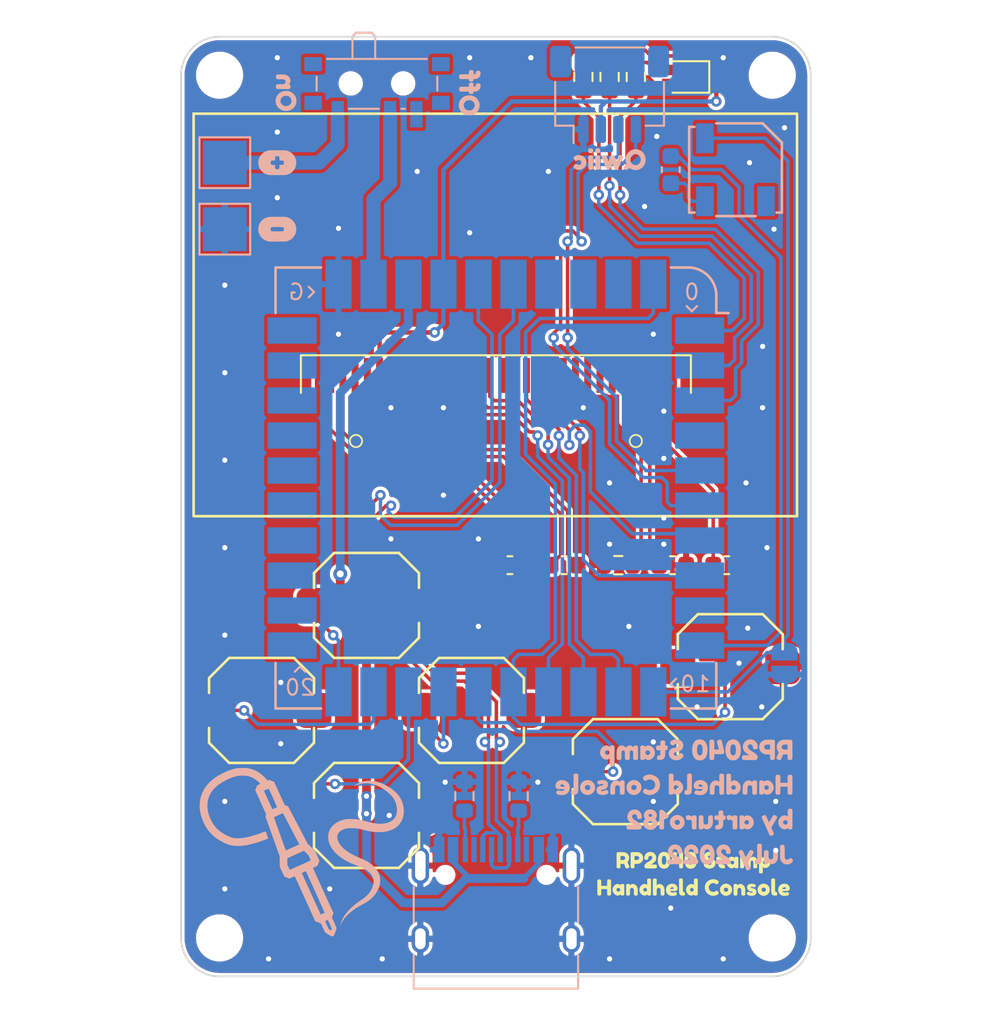
<source format=kicad_pcb>
(kicad_pcb (version 20221018) (generator pcbnew)
  (layers (0 "F.Cu" signal) (31 "B.Cu" signal) (34 "B.Paste" user) (35 "F.Paste" user) (36 "B.SilkS" user "B.Silkscreen") (37 "F.SilkS" user "F.Silkscreen") (38 "B.Mask" user) (39 "F.Mask" user) (44 "Edge.Cuts" user))
  (net 0 "")
  (net 1 "/SPK+")
  (net 2 "Net-(C1-Pad2)")
  (net 3 "GND")
  (net 4 "Net-(C2-Pad2)")
  (net 5 "Net-(C3-Pad1)")
  (net 6 "Net-(C3-Pad2)")
  (net 7 "Net-(C4-Pad1)")
  (net 8 "Net-(C4-Pad2)")
  (net 9 "Net-(C5-Pad1)")
  (net 10 "+3.3V")
  (net 11 "Net-(D1-Pad2)")
  (net 12 "Net-(D1-Pad1)")
  (net 13 "Net-(D1-Pad4)")
  (net 15 "/LCD_CS")
  (net 16 "/LCD_RST")
  (net 17 "/LCD_DC")
  (net 20 "/LCD_CLK")
  (net 21 "/LCD_MOSI")
  (net 28 "Net-(DS1-Pad26)")
  (net 29 "+5V")
  (net 30 "Net-(J1-PadA5)")
  (net 31 "/USB_D+")
  (net 32 "/USB_D-")
  (net 34 "Net-(J1-PadB5)")
  (net 36 "/LED_R")
  (net 37 "/LED_G")
  (net 38 "/LED_B")
  (net 39 "/BOOTSEL")
  (net 40 "/BTN_DOWN")
  (net 41 "/BTN_LEFT")
  (net 42 "/BTN_RIGHT")
  (net 43 "/BTN_A")
  (net 44 "+BATT")
  (net 45 "/BATT")
  (net 60 "/SPK-")
  (net 62 "/BTN_UP")
  (net 63 "/SDA")
  (net 64 "/SCL")
  (footprint "Button_Switch_SMD_Extra:RMT-CZ66" (layer "F.Cu") (at 113.9 85.8)
    (fp_text reference "SW5" hide)
    (fp_text value "SW_A")
  )
  (footprint "Button_Switch_SMD_Extra:RMT-CZ66" (layer "F.Cu") (at 119.9 79.8)
    (fp_text reference "SW6" hide)
    (fp_text value "SW_B")
  )
  (footprint "kibuzzard-62DEDF0B" (layer "F.Cu") (at 117.8 92.4)
    (fp_text reference "kibuzzard-62DEDF0B" hide)
    (fp_text value "G***" hide)
  )
  (footprint "MountingHole:MountingHole_2.2mm_M2_DIN965" (layer "F.Cu") (at 122.3 95.3 180)
    (fp_text reference "REF**" hide)
    (fp_text value "MountingHole_2.2mm_M2_DIN965")
  )
  (footprint "Resistor_SMD:R_0603_1608Metric" (layer "F.Cu") (at 111.5 46.1 90)
    (fp_text reference "R3" hide)
    (fp_text value "2K")
  )
  (footprint "Resistor_SMD:R_0603_1608Metric" (layer "F.Cu") (at 113.5 74 180)
    (fp_text reference "R6" hide)
    (fp_text value "390K")
  )
  (footprint "Capacitor_SMD:C_0603_1608Metric" (layer "F.Cu") (at 116.6 74)
    (fp_text reference "C5" hide)
    (fp_text value "1uF")
  )
  (footprint "Capacitor_SMD:C_0603_1608Metric" (layer "F.Cu") (at 107.3 74)
    (fp_text reference "C3" hide)
    (fp_text value "1uF")
  )
  (footprint "MountingHole:MountingHole_2.2mm_M2_DIN965" (layer "F.Cu") (at 90.7 46)
    (fp_text reference "REF**" hide)
    (fp_text value "MountingHole_2.2mm_M2_DIN965")
  )
  (footprint "Button_Switch_SMD_Extra:RMT-CZ66" (layer "F.Cu") (at 93.1 82.3)
    (fp_text reference "SW3" hide)
    (fp_text value "SW_LEFT")
  )
  (footprint "Display:OLED-128O064D" (layer "F.Cu") (at 106.5 63.155 180)
    (fp_text reference "DS1" hide)
    (fp_text value "OLED-128O064D")
  )
  (footprint "kibuzzard-62DEDF00" (layer "F.Cu") (at 117.8 91)
    (fp_text reference "kibuzzard-62DEDF00" hide)
    (fp_text value "G***" hide)
  )
  (footprint "Capacitor_SMD:C_0603_1608Metric" (layer "F.Cu") (at 110.4 74)
    (fp_text reference "C4" hide)
    (fp_text value "1uF")
  )
  (footprint "Button_Switch_SMD_Extra:RMT-CZ66" (layer "F.Cu") (at 99.1 76.3)
    (fp_text reference "SW1" hide)
    (fp_text value "SW_UP")
  )
  (footprint "Button_Switch_SMD_Extra:RMT-CZ66" (layer "F.Cu") (at 105.1 82.3)
    (fp_text reference "SW4" hide)
    (fp_text value "SW_RIGHT")
  )
  (footprint "Resistor_SMD:R_0603_1608Metric" (layer "F.Cu") (at 113 46.1 90)
    (fp_text reference "R2" hide)
    (fp_text value "2K")
  )
  (footprint "Button_Switch_SMD_Extra:RMT-CZ66" (layer "F.Cu") (at 99.1 88.3)
    (fp_text reference "SW2" hide)
    (fp_text value "SW_DOWN")
  )
  (footprint "Resistor_SMD:R_0603_1608Metric" (layer "F.Cu") (at 114.5 46.1 90)
    (fp_text reference "R1" hide)
    (fp_text value "2K")
  )
  (footprint "Capacitor_SMD:C_0603_1608Metric" (layer "F.Cu") (at 119.7 74 180)
    (fp_text reference "C2" hide)
    (fp_text value "1uF")
  )
  (footprint "MountingHole:MountingHole_2.2mm_M2_DIN965" (layer "F.Cu") (at 122.3 46)
    (fp_text reference "REF**" hide)
    (fp_text value "MountingHole_2.2mm_M2_DIN965")
  )
  (footprint "LED_SMD_Extra:LED_RGBA_0606" (layer "F.Cu") (at 117.2 46.1)
    (fp_text reference "D1" hide)
    (fp_text value "LED_BAGR")
  )
  (footprint "MountingHole:MountingHole_2.2mm_M2_DIN965" (layer "F.Cu") (at 90.7 95.3 180)
    (fp_text reference "REF**" hide)
    (fp_text value "MountingHole_2.2mm_M2_DIN965")
  )
  (footprint "Buzzer_Beeper_Extra:CMT-5023S" (layer "B.Cu") (at 120.2 51.4 90)
    (fp_text reference "LS1" hide)
    (fp_text value "Speaker")
  )
  (footprint "Capacitor_SMD:C_0603_1608Metric" (layer "B.Cu") (at 116.5 51.4 -90)
    (fp_text reference "C1" hide)
    (fp_text value "4.7uF")
  )
  (footprint "Connector_USB:USB_C_Receptacle_HRO_TYPE-C-31-M-12" (layer "B.Cu") (at 106.5 94.3 180)
    (fp_text reference "J1" hide)
    (fp_text value "USB_C_Receptacle_USB2.0")
  )
  (footprint "Connector_JST:JST_SH_SM04B-SRSS-TB_1x04-1MP_P1.00mm_Horizontal" (layer "B.Cu") (at 113 47.1)
    (fp_text reference "J2" hide)
    (fp_text value "Conn_Qwiic")
  )
  (footprint "TestPoint:TestPoint_Pad_2.5x2.5mm" (layer "B.Cu") (at 91 51 -90)
    (fp_text reference "TP1" hide)
    (fp_text value "TP_BATT+")
  )
  (footprint "Resistor_SMD:R_0603_1608Metric" (layer "B.Cu") (at 104.7 87.2 90)
    (fp_text reference "R5" hide)
    (fp_text value "5.1K")
  )
  (footprint "Symbols_Extra:SolderParty-New-Logo_12.5x10.6mm_SilkScreen" (layer "B.Cu") (at 94.999643 89.996788 180)
    (fp_text reference "G***" hide)
    (fp_text value "LOGO" hide)
  )
  (footprint "Button_Switch_SMD:SW_SPDT_PCM12" (layer "B.Cu") (at 99.7 46.8)
    (fp_text reference "SW7" hide)
    (fp_text value "SW_POWER")
  )
  (footprint "kibuzzard-62C6F28A" (layer "B.Cu") (at 113 50.8 180)
    (fp_text reference "kibuzzard-62C6F28A" hide)
    (fp_text value "G***" hide)
  )
  (footprint "Jumper:SolderJumper-2_P1.3mm_Open_RoundedPad1.0x1.5mm" (layer "B.Cu") (at 123 79.6 -90)
    (fp_text reference "JP1" hide)
    (fp_text value "SJ_LOUDER")
  )
  (footprint "TestPoint:TestPoint_Pad_2.5x2.5mm" (layer "B.Cu") (at 91 54.8 -90)
    (fp_text reference "TP2" hide)
    (fp_text value "TP_BATT-")
  )
  (footprint "kibuzzard-62DEDED4" (layer "B.Cu") (at 116.7 87.7 180)
    (fp_text reference "kibuzzard-62DEDED4" hide)
    (fp_text value "G***" hide)
  )
  (footprint "Resistor_SMD:R_0603_1608Metric" (layer "B.Cu") (at 107.8 87.2 90)
    (fp_text reference "R4" hide)
    (fp_text value "5.1K")
  )
  (footprint "kibuzzard-62C56D6F" (layer "B.Cu") (at 94 51 180)
    (fp_text reference "kibuzzard-62C56D6F" hide)
    (fp_text value "G***" hide)
  )
  (footprint "RP2040_Stamp:RP2040_Stamp_SMD" (layer "B.Cu") (at 106.5 69.590787 180)
    (fp_text reference "U1" hide)
    (fp_text value "RP2040_Stamp")
  )
  (footprint "kibuzzard-62C57215" (layer "B.Cu") (at 94.5 47 90)
    (fp_text reference "kibuzzard-62C57215" hide)
    (fp_text value "G***" hide)
  )
  (footprint "kibuzzard-62C5723D" (layer "B.Cu") (at 105 47 90)
    (fp_text reference "kibuzzard-62C5723D" hide)
    (fp_text value "G***" hide)
  )
  (footprint "kibuzzard-62C56D6F" (layer "B.Cu") (at 94 54.8 180)
    (fp_text reference "kibuzzard-62C56D6F" hide)
    (fp_text value "G***" hide)
  )
  (gr_rect (start 93.75 55) (end 94.25 55.3) (stroke (width 0.15)) (fill solid) (layer "B.SilkS"))
  (gr_rect (start 93.8 54.3) (end 94.3 54.6) (stroke (width 0.15)) (fill solid) (layer "B.SilkS"))
  (gr_rect (start 89.217439 48.2) (end 123.717439 71.2) (stroke (width 0.15)) (fill none) (layer "F.SilkS"))
  (gr_line (start 90.7 43.8) (end 122.3 43.8) (stroke (width 0.1)) (layer "Edge.Cuts"))
  (gr_arc (start 122.3 43.8) (mid 123.855635 44.444365) (end 124.5 46) (stroke (width 0.1)) (layer "Edge.Cuts"))
  (gr_line (start 124.5 46) (end 124.5 95.3) (stroke (width 0.1)) (layer "Edge.Cuts"))
  (gr_line (start 122.3 97.5) (end 90.7 97.5) (stroke (width 0.1)) (layer "Edge.Cuts"))
  (gr_line (start 88.5 95.3) (end 88.5 46) (stroke (width 0.1)) (layer "Edge.Cuts"))
  (gr_arc (start 124.5 95.3) (mid 123.855635 96.855635) (end 122.3 97.5) (stroke (width 0.1)) (layer "Edge.Cuts"))
  (gr_arc (start 90.7 97.5) (mid 89.144365 96.855635) (end 88.5 95.3) (stroke (width 0.1)) (layer "Edge.Cuts"))
  (gr_arc (start 88.5 46) (mid 89.144365 44.444365) (end 90.7 43.8) (stroke (width 0.1)) (layer "Edge.Cuts"))
  (segment (start 116.925 50.625) (end 117.7 51.4) (width 0.2) (layer "B.Cu") (net 1))
  (segment (start 117.7 51.4) (end 119.4 51.4) (width 0.2) (layer "B.Cu") (net 1))
  (segment (start 122.009213 78.590787) (end 118.15 78.590787) (width 0.2) (layer "B.Cu") (net 1))
  (segment (start 122.8 77.8) (end 122.009213 78.590787) (width 0.2) (layer "B.Cu") (net 1))
  (segment (start 122.8 56.4) (end 122.8 77.8) (width 0.2) (layer "B.Cu") (net 1))
  (segment (start 119.4 51.4) (end 120.4 52.4) (width 0.2) (layer "B.Cu") (net 1))
  (segment (start 120.4 52.4) (end 120.4 54) (width 0.2) (layer "B.Cu") (net 1))
  (segment (start 120.4 54) (end 122.8 56.4) (width 0.2) (layer "B.Cu") (net 1))
  (segment (start 116.5 50.625) (end 116.925 50.625) (width 0.2) (layer "B.Cu") (net 1))
  (segment (start 117.5 52.4) (end 117.5 53) (width 0.2) (layer "B.Cu") (net 2))
  (segment (start 116.5 52.175) (end 117.275 52.175) (width 0.2) (layer "B.Cu") (net 2))
  (segment (start 117.5 53) (end 117.7 53.2) (width 0.2) (layer "B.Cu") (net 2))
  (segment (start 117.7 53.2) (end 118.45 53.2) (width 0.2) (layer "B.Cu") (net 2))
  (segment (start 117.275 52.175) (end 117.5 52.4) (width 0.2) (layer "B.Cu") (net 2))
  (via (at 94 49.25) (size 0.6) (drill 0.3) (layers "F.Cu" "B.Cu") (net 3))
  (via (at 91 58) (size 0.6) (drill 0.3) (layers "F.Cu" "B.Cu") (net 3))
  (via (at 111.5 65) (size 0.6) (drill 0.3) (layers "F.Cu" "B.Cu") (net 3))
  (via (at 119.5 96.5) (size 0.6) (drill 0.3) (layers "F.Cu" "B.Cu") (net 3))
  (via (at 105 55) (size 0.6) (drill 0.3) (layers "F.Cu" "B.Cu") (net 3))
  (via (at 115.5 60.8) (size 0.6) (drill 0.3) (layers "F.Cu" "B.Cu") (net 3))
  (via (at 108.9 86.4) (size 0.6) (drill 0.3) (layers "F.Cu" "B.Cu") (net 3))
  (via (at 113 72.8) (size 0.6) (drill 0.3) (layers "F.Cu" "B.Cu") (net 3))
  (via (at 119.5 45) (size 0.6) (drill 0.3) (layers "F.Cu" "B.Cu") (net 3))
  (via (at 94.2 80.7) (size 0.6) (drill 0.3) (layers "F.Cu" "B.Cu") (net 3))
  (via (at 115 53.5) (size 0.6) (drill 0.3) (layers "F.Cu" "B.Cu") (net 3))
  (via (at 121.7 82.1) (size 0.6) (drill 0.3) (layers "F.Cu" "B.Cu") (net 3))
  (via (at 121 51) (size 0.6) (drill 0.3) (layers "F.Cu" "B.Cu") (net 3))
  (via (at 122.5 90.3) (size 0.6) (drill 0.3) (layers "F.Cu" "B.Cu") (net 3))
  (via (at 91 73) (size 0.6) (drill 0.3) (layers "F.Cu" "B.Cu") (net 3))
  (via (at 91 92.5) (size 0.6) (drill 0.3) (layers "F.Cu" "B.Cu") (net 3))
  (via (at 116.1 65.2) (size 0.6) (drill 0.3) (layers "F.Cu" "B.Cu") (net 3))
  (via (at 94 53) (size 0.6) (drill 0.3) (layers "F.Cu" "B.Cu") (net 3))
  (via (at 122.5 87.5) (size 0.6) (drill 0.3) (layers "F.Cu" "B.Cu") (net 3))
  (via (at 116.1 71.3) (size 0.6) (drill 0.3) (layers "F.Cu" "B.Cu") (net 3))
  (via (at 121.75 61.5) (size 0.6) (drill 0.3) (layers "F.Cu" "B.Cu") (net 3))
  (via (at 100.5 72.5) (size 0.6) (drill 0.3) (layers "F.Cu" "B.Cu") (net 3))
  (via (at 94 45) (size 0.6) (drill 0.3) (layers "F.Cu" "B.Cu") (net 3))
  (via (at 97.5 60.8) (size 0.6) (drill 0.3) (layers "F.Cu" "B.Cu") (net 3))
  (via (at 102 51.5) (size 0.6) (drill 0.3) (layers "F.Cu" "B.Cu") (net 3))
  (via (at 94.2 84.2) (size 0.6) (drill 0.3) (layers "F.Cu" "B.Cu") (net 3))
  (via (at 109.5 51.5) (size 0.6) (drill 0.3) (layers "F.Cu" "B.Cu") (net 3))
  (via (at 115.5 87.5) (size 0.6) (drill 0.3) (layers "F.Cu" "B.Cu") (net 3))
  (via (at 100.4 88.3) (size 0.6) (drill 0.3) (layers "F.Cu" "B.Cu") (net 3))
  (via (at 105 45) (size 0.6) (drill 0.3) (layers "F.Cu" "B.Cu") (net 3))
  (via (at 122.4 54.8) (size 0.6) (drill 0.3) (layers "F.Cu" "B.Cu") (net 3))
  (via (at 93.5 96.5) (size 0.6) (drill 0.3) (layers "F.Cu" "B.Cu") (net 3))
  (via (at 123 49) (size 0.6) (drill 0.3) (layers "F.Cu" "B.Cu") (net 3))
  (via (at 91 78) (size 0.6) (drill 0.3) (layers "F.Cu" "B.Cu") (net 3))
  (via (at 120.4 79.6) (size 0.6) (drill 0.3) (layers "F.Cu" "B.Cu") (net 3))
  (via (at 100 96.5) (size 0.6) (drill 0.3) (layers "F.Cu" "B.Cu") (net 3))
  (via (at 105.5 72.5) (size 0.6) (drill 0.3) (layers "F.Cu" "B.Cu") (net 3))
  (via (at 100.5 65) (size 0.6) (drill 0.3) (layers "F.Cu" "B.Cu") (net 3))
  (via (at 120.9 77.6) (size 0.6) (drill 0.3) (layers "F.Cu" "B.Cu") (net 3))
  (via (at 120.8 69.3) (size 0.6) (drill 0.3) (layers "F.Cu" "B.Cu") (net 3))
  (via (at 113 69.3) (size 0.6) (drill 0.3) (layers "F.Cu" "B.Cu") (net 3))
  (via (at 113 96.5) (size 0.6) (drill 0.3) (layers "F.Cu" "B.Cu") (net 3))
  (via (at 121.75 65) (size 0.6) (drill 0.3) (layers "F.Cu" "B.Cu") (net 3))
  (via (at 97.5 54.75) (size 0.6) (drill 0.3) (layers "F.Cu" "B.Cu") (net 3))
  (via (at 116.1 67.9) (size 0.6) (drill 0.3) (layers "F.Cu" "B.Cu") (net 3))
  (via (at 116.5 93.596166) (size 0.6) (drill 0.3) (layers "F.Cu" "B.Cu") (net 3))
  (via (at 91 87.5) (size 0.6) (drill 0.3) (layers "F.Cu" "B.Cu") (net 3))
  (via (at 105.5 77.5) (size 0.6) (drill 0.3) (layers "F.Cu" "B.Cu") (net 3))
  (via (at 97 92.5) (size 0.6) (drill 0.3) (layers "F.Cu" "B.Cu") (net 3))
  (via (at 103.5 65) (size 0.6) (drill 0.3) (layers "F.Cu" "B.Cu") (net 3))
  (via (at 118 82.1) (size 0.6) (drill 0.3) (layers "F.Cu" "B.Cu") (net 3))
  (via (at 116.1 72.8) (size 0.6) (drill 0.3) (layers "F.Cu" "B.Cu") (net 3))
  (via (at 103.6 86.4) (size 0.6) (drill 0.3) (layers "F.Cu" "B.Cu") (net 3))
  (via (at 115.7 49.5) (size 0.6) (drill 0.3) (layers "F.Cu" "B.Cu") (net 3))
  (via (at 91 68) (size 0.6) (drill 0.3) (layers "F.Cu" "B.Cu") (net 3))
  (via (at 91 63) (size 0.6) (drill 0.3) (layers "F.Cu" "B.Cu") (net 3))
  (via (at 108.5 45) (size 0.6) (drill 0.3) (layers "F.Cu" "B.Cu") (net 3))
  (via (at 122 73) (size 0.6) (drill 0.3) (layers "F.Cu" "B.Cu") (net 3))
  (via (at 103.5 70) (size 0.6) (drill 0.3) (layers "F.Cu" "B.Cu") (net 3))
  (via (at 115.5 84.1) (size 0.6) (drill 0.3) (layers "F.Cu" "B.Cu") (net 3))
  (via (at 114.1 77.5) (size 0.6) (drill 0.3) (layers "F.Cu" "B.Cu") (net 3))
  (segment (start 118.925 69.725) (end 115.25 66.05) (width 0.2) (layer "F.Cu") (net 4))
  (segment (start 115.25 66.05) (end 115.25 63.155) (width 0.2) (layer "F.Cu") (net 4))
  (segment (start 118.925 74) (end 118.925 69.725) (width 0.2) (layer "F.Cu") (net 4))
  (segment (start 107.1 71.265686) (end 107.1 73.425) (width 0.2) (layer "F.Cu") (net 5))
  (segment (start 99.400003 68.6) (end 104.434314 68.6) (width 0.2) (layer "F.Cu") (net 5))
  (segment (start 104.434314 68.6) (end 107.1 71.265686) (width 0.2) (layer "F.Cu") (net 5))
  (segment (start 97.05 63.155) (end 97.05 66.25) (width 0.2) (layer "F.Cu") (net 5))
  (segment (start 97.05 66.25) (end 99.400003 68.6) (width 0.2) (layer "F.Cu") (net 5))
  (segment (start 107.1 73.425) (end 106.525 74) (width 0.2) (layer "F.Cu") (net 5))
  (segment (start 97.75 66.384314) (end 99.565688 68.2) (width 0.2) (layer "F.Cu") (net 6))
  (segment (start 107.5 73.425) (end 108.075 74) (width 0.2) (layer "F.Cu") (net 6))
  (segment (start 97.75 63.155) (end 97.75 66.384314) (width 0.2) (layer "F.Cu") (net 6))
  (segment (start 99.565688 68.2) (end 104.599999 68.2) (width 0.2) (layer "F.Cu") (net 6))
  (segment (start 107.5 71.100001) (end 107.5 73.425) (width 0.2) (layer "F.Cu") (net 6))
  (segment (start 104.599999 68.2) (end 107.5 71.100001) (width 0.2) (layer "F.Cu") (net 6))
  (segment (start 99.731373 67.8) (end 106.934314 67.8) (width 0.2) (layer "F.Cu") (net 7))
  (segment (start 110.2 73.425) (end 109.625 74) (width 0.2) (layer "F.Cu") (net 7))
  (segment (start 98.45 63.155) (end 98.45 66.518628) (width 0.2) (layer "F.Cu") (net 7))
  (segment (start 98.45 66.518628) (end 99.731373 67.8) (width 0.2) (layer "F.Cu") (net 7))
  (segment (start 110.2 71.065686) (end 110.2 73.425) (width 0.2) (layer "F.Cu") (net 7))
  (segment (start 106.934314 67.8) (end 110.2 71.065686) (width 0.2) (layer "F.Cu") (net 7))
  (segment (start 99.15 66.652942) (end 99.897058 67.4) (width 0.2) (layer "F.Cu") (net 8))
  (segment (start 107.099999 67.4) (end 110.6 70.900001) (width 0.2) (layer "F.Cu") (net 8))
  (segment (start 110.6 70.900001) (end 110.6 73.425) (width 0.2) (layer "F.Cu") (net 8))
  (segment (start 110.6 73.425) (end 111.175 74) (width 0.2) (layer "F.Cu") (net 8))
  (segment (start 99.897058 67.4) (end 107.099999 67.4) (width 0.2) (layer "F.Cu") (net 8))
  (segment (start 99.15 63.155) (end 99.15 66.652942) (width 0.2) (layer "F.Cu") (net 8))
  (segment (start 115.3 66.665687) (end 114.55 65.915686) (width 0.2) (layer "F.Cu") (net 9))
  (segment (start 115.825 74) (end 115.3 73.475) (width 0.2) (layer "F.Cu") (net 9))
  (segment (start 115.3 73.475) (end 115.3 66.665687) (width 0.2) (layer "F.Cu") (net 9))
  (segment (start 114.55 65.915686) (end 114.55 63.155) (width 0.2) (layer "F.Cu") (net 9))
  (segment (start 119.1 47.5) (end 119.1 46) (width 0.25) (layer "F.Cu") (net 10))
  (segment (start 118.8 45.7) (end 118 45.7) (width 0.25) (layer "F.Cu") (net 10))
  (segment (start 119.1 46) (end 118.8 45.7) (width 0.25) (layer "F.Cu") (net 10))
  (segment (start 101.95 61.05) (end 102.3 60.7) (width 0.25) (layer "F.Cu") (net 10))
  (segment (start 99.85 63.155) (end 99.85 61.05) (width 0.25) (layer "F.Cu") (net 10))
  (segment (start 102.3 60.7) (end 103 60.7) (width 0.25) (layer "F.Cu") (net 10))
  (segment (start 99.85 61.05) (end 100.2 60.7) (width 0.25) (layer "F.Cu") (net 10))
  (segment (start 100.2 60.7) (end 103 60.7) (width 0.25) (layer "F.Cu") (net 10))
  (segment (start 101.95 63.155) (end 101.95 61.05) (width 0.25) (layer "F.Cu") (net 10))
  (via (at 103 60.7) (size 0.6) (drill 0.3) (layers "F.Cu" "B.Cu") (net 10))
  (via (at 119.1 47.5) (size 0.6) (drill 0.3) (layers "F.Cu" "B.Cu") (net 10))
  (segment (start 112.5 47.8) (end 112.5 49.1) (width 0.25) (layer "B.Cu") (net 10))
  (segment (start 112.8 47.5) (end 107.4 47.5) (width 0.25) (layer "B.Cu") (net 10))
  (segment (start 103.5 60.2) (end 103 60.7) (width 0.25) (layer "B.Cu") (net 10))
  (segment (start 103.5 51.4) (end 103.5 57.940787) (width 0.25) (layer "B.Cu") (net 10))
  (segment (start 103.5 57.940787) (end 103.5 60.2) (width 0.25) (layer "B.Cu") (net 10))
  (segment (start 119.1 47.5) (end 112.8 47.5) (width 0.25) (layer "B.Cu") (net 10))
  (segment (start 112.8 47.5) (end 112.5 47.8) (width 0.25) (layer "B.Cu") (net 10))
  (segment (start 107.4 47.5) (end 103.5 51.4) (width 0.25) (layer "B.Cu") (net 10))
  (segment (start 116.4 45.7) (end 115.6 45.7) (width 0.2) (layer "F.Cu") (net 11))
  (segment (start 115.6 45.7) (end 115.175 45.275) (width 0.2) (layer "F.Cu") (net 11))
  (segment (start 115.175 45.275) (end 114.5 45.275) (width 0.2) (layer "F.Cu") (net 11))
  (segment (start 111.7 46.1) (end 111.5 45.9) (width 0.2) (layer "F.Cu") (net 12))
  (segment (start 111.5 45.9) (end 111.5 45.275) (width 0.2) (layer "F.Cu") (net 12))
  (segment (start 116.4 46.5) (end 115.6 46.5) (width 0.2) (layer "F.Cu") (net 12))
  (segment (start 115.2 46.1) (end 111.7 46.1) (width 0.2) (layer "F.Cu") (net 12))
  (segment (start 115.6 46.5) (end 115.2 46.1) (width 0.2) (layer "F.Cu") (net 12))
  (segment (start 117 44.9) (end 117.2 45.1) (width 0.2) (layer "F.Cu") (net 13))
  (segment (start 117.2 46.3) (end 117.4 46.5) (width 0.2) (layer "F.Cu") (net 13))
  (segment (start 113 45.275) (end 113.69952 44.57548) (width 0.2) (layer "F.Cu") (net 13))
  (segment (start 117.4 46.5) (end 118 46.5) (width 0.2) (layer "F.Cu") (net 13))
  (segment (start 113.69952 44.57548) (end 115.040486 44.57548) (width 0.2) (layer "F.Cu") (net 13))
  (segment (start 115.365006 44.9) (end 117 44.9) (width 0.2) (layer "F.Cu") (net 13))
  (segment (start 117.2 45.1) (end 117.2 46.3) (width 0.2) (layer "F.Cu") (net 13))
  (segment (start 115.040486 44.57548) (end 115.365006 44.9) (width 0.2) (layer "F.Cu") (net 13))
  (segment (start 107.437258 65.4) (end 108.425429 66.388171) (width 0.2) (layer "F.Cu") (net 15))
  (segment (start 104.75 64.28137) (end 105.86863 65.4) (width 0.2) (layer "F.Cu") (net 15))
  (segment (start 108.425429 66.388171) (end 108.685805 66.388171) (width 0.2) (layer "F.Cu") (net 15))
  (segment (start 104.75 63.155) (end 104.75 64.28137) (width 0.2) (layer "F.Cu") (net 15))
  (segment (start 108.685805 66.388171) (end 108.885805 66.588171) (width 0.2) (layer "F.Cu") (net 15))
  (segment (start 105.86863 65.4) (end 107.437258 65.4) (width 0.2) (layer "F.Cu") (net 15))
  (via (at 108.885805 66.588171) (size 0.6) (drill 0.3) (layers "F.Cu" "B.Cu") (net 15))
  (segment (start 109.5 79.3) (end 109.5 81.240787) (width 0.2) (layer "B.Cu") (net 15))
  (segment (start 108.885805 66.588171) (end 108.885805 67.785805) (width 0.2) (layer "B.Cu") (net 15))
  (segment (start 108.885805 67.785805) (end 110.3 69.2) (width 0.2) (layer "B.Cu") (net 15))
  (segment (start 110.3 78.5) (end 109.5 79.3) (width 0.2) (layer "B.Cu") (net 15))
  (segment (start 110.3 69.2) (end 110.3 78.5) (width 0.2) (layer "B.Cu") (net 15))
  (segment (start 109.485305 66.185305) (end 109.288171 65.988171) (width 0.2) (layer "F.Cu") (net 16))
  (segment (start 108.591114 65.988171) (end 107.602943 65) (width 0.2) (layer "F.Cu") (net 16))
  (segment (start 106.034316 65) (end 105.45 64.415684) (width 0.2) (layer "F.Cu") (net 16))
  (segment (start 105.45 64.415684) (end 105.45 63.155) (width 0.2) (layer "F.Cu") (net 16))
  (segment (start 109.485305 67.117979) (end 109.485305 66.185305) (width 0.2) (layer "F.Cu") (net 16))
  (segment (start 109.288171 65.988171) (end 108.591114 65.988171) (width 0.2) (layer "F.Cu") (net 16))
  (segment (start 107.602943 65) (end 106.034316 65) (width 0.2) (layer "F.Cu") (net 16))
  (via (at 109.485305 67.117979) (size 0.6) (drill 0.3) (layers "F.Cu" "B.Cu") (net 16))
  (segment (start 109.485305 67.819619) (end 109.485305 67.117979) (width 0.2) (layer "B.Cu") (net 16))
  (segment (start 111.5 79.3) (end 110.7 78.5) (width 0.2) (layer "B.Cu") (net 16))
  (segment (start 110.7 78.5) (end 110.7 69.034314) (width 0.2) (layer "B.Cu") (net 16))
  (segment (start 110.7 69.034314) (end 109.485305 67.819619) (width 0.2) (layer "B.Cu") (net 16))
  (segment (start 111.5 81.240787) (end 111.5 79.3) (width 0.2) (layer "B.Cu") (net 16))
  (segment (start 109.453857 65.588171) (end 110.1 66.234314) (width 0.2) (layer "F.Cu") (net 17))
  (segment (start 110.1 66.234314) (end 110.1 66.606754) (width 0.2) (layer "F.Cu") (net 17))
  (segment (start 106.15 63.155) (end 106.15 64.35) (width 0.2) (layer "F.Cu") (net 17))
  (segment (start 106.15 64.35) (end 106.4 64.6) (width 0.2) (layer "F.Cu") (net 17))
  (segment (start 106.4 64.6) (end 107.768628 64.6) (width 0.2) (layer "F.Cu") (net 17))
  (segment (start 108.756799 65.588171) (end 109.453857 65.588171) (width 0.2) (layer "F.Cu") (net 17))
  (segment (start 107.768628 64.6) (end 108.756799 65.588171) (width 0.2) (layer "F.Cu") (net 17))
  (via (at 110.1 66.606754) (size 0.6) (drill 0.3) (layers "F.Cu" "B.Cu") (net 17))
  (segment (start 111.9 79.1) (end 111.1 78.3) (width 0.2) (layer "B.Cu") (net 17))
  (segment (start 111.1 68.868628) (end 110.1 67.868628) (width 0.2) (layer "B.Cu") (net 17))
  (segment (start 113.5 79.4) (end 113.2 79.1) (width 0.2) (layer "B.Cu") (net 17))
  (segment (start 110.1 67.868628) (end 110.1 66.606754) (width 0.2) (layer "B.Cu") (net 17))
  (segment (start 113.2 79.1) (end 111.9 79.1) (width 0.2) (layer "B.Cu") (net 17))
  (segment (start 111.1 78.3) (end 111.1 68.868628) (width 0.2) (layer "B.Cu") (net 17))
  (segment (start 113.5 81.240787) (end 113.5 79.4) (width 0.2) (layer "B.Cu") (net 17))
  (segment (start 108.25 64.515686) (end 108.25 63.155) (width 0.2) (layer "F.Cu") (net 20))
  (segment (start 109.619543 65.188171) (end 108.922485 65.188171) (width 0.2) (layer "F.Cu") (net 20))
  (segment (start 110.7005 66.269128) (end 109.619543 65.188171) (width 0.2) (layer "F.Cu") (net 20))
  (segment (start 108.922485 65.188171) (end 108.25 64.515686) (width 0.2) (layer "F.Cu") (net 20))
  (segment (start 110.7005 67.134581) (end 110.7005 66.269128) (width 0.2) (layer "F.Cu") (net 20))
  (via (at 110.7005 67.134581) (size 0.6) (drill 0.3) (layers "F.Cu" "B.Cu") (net 20))
  (segment (start 111.051471 66) (end 110.7005 66.350971) (width 0.2) (layer "B.Cu") (net 20))
  (segment (start 117.759213 72.2) (end 114.3 72.2) (width 0.2) (layer "B.Cu") (net 20))
  (segment (start 111.9 69.8) (end 111.9 66.351471) (width 0.2) (layer "B.Cu") (net 20))
  (segment (start 110.7005 66.350971) (end 110.7005 67.134581) (width 0.2) (layer "B.Cu") (net 20))
  (segment (start 114.3 72.2) (end 111.9 69.8) (width 0.2) (layer "B.Cu") (net 20))
  (segment (start 118.15 72.590787) (end 117.759213 72.2) (width 0.2) (layer "B.Cu") (net 20))
  (segment (start 111.548529 66) (end 111.051471 66) (width 0.2) (layer "B.Cu") (net 20))
  (segment (start 111.9 66.351471) (end 111.548529 66) (width 0.2) (layer "B.Cu") (net 20))
  (segment (start 108.95 64.65) (end 109.088171 64.788171) (width 0.2) (layer "F.Cu") (net 21))
  (segment (start 109.785229 64.788171) (end 111.3 66.302942) (width 0.2) (layer "F.Cu") (net 21))
  (segment (start 111.3 66.302942) (end 111.3 66.6) (width 0.2) (layer "F.Cu") (net 21))
  (segment (start 109.088171 64.788171) (end 109.785229 64.788171) (width 0.2) (layer "F.Cu") (net 21))
  (segment (start 108.95 63.155) (end 108.95 64.65) (width 0.2) (layer "F.Cu") (net 21))
  (via (at 111.3 66.6) (size 0.6) (drill 0.3) (layers "F.Cu" "B.Cu") (net 21))
  (segment (start 111.3 68.5) (end 111.5 68.7) (width 0.2) (layer "B.Cu") (net 21))
  (segment (start 111.5 73.702942) (end 111.5 68.7) (width 0.2) (layer "B.Cu") (net 21))
  (segment (start 118.15 74.590787) (end 112.387845 74.590787) (width 0.2) (layer "B.Cu") (net 21))
  (segment (start 112.387845 74.590787) (end 111.5 73.702942) (width 0.2) (layer "B.Cu") (net 21))
  (segment (start 111.3 66.6) (end 111.3 68.5) (width 0.2) (layer "B.Cu") (net 21))
  (segment (start 114.8 73.525) (end 114.8 66.731372) (width 0.2) (layer "F.Cu") (net 28))
  (segment (start 113.85 65.781372) (end 113.85 63.155) (width 0.2) (layer "F.Cu") (net 28))
  (segment (start 114.325 74) (end 114.8 73.525) (width 0.2) (layer "F.Cu") (net 28))
  (segment (start 114.8 66.731372) (end 113.85 65.781372) (width 0.2) (layer "F.Cu") (net 28))
  (segment (start 99.1 78.7) (end 97.6 77.2) (width 0.5) (layer "F.Cu") (net 29))
  (segment (start 97.6 77.2) (end 97.6 74.5) (width 0.5) (layer "F.Cu") (net 29))
  (segment (start 99.1 87.2) (end 99.1 78.7) (width 0.5) (layer "F.Cu") (net 29))
  (segment (start 99.1 87.2) (end 99.1 88.2) (width 0.5) (layer "F.Cu") (net 29))
  (via (at 99.1 87.2) (size 0.6) (drill 0.3) (layers "F.Cu" "B.Cu") (net 29))
  (via (at 97.6 74.5) (size 0.8) (drill 0.4) (layers "F.Cu" "B.Cu") (net 29))
  (via (at 99.1 88.2) (size 0.6) (drill 0.3) (layers "F.Cu" "B.Cu") (net 29))
  (segment (start 97.6 64.15) (end 101.5 60.25) (width 0.5) (layer "B.Cu") (net 29))
  (segment (start 97.6 74.5) (end 97.6 64.15) (width 0.5) (layer "B.Cu") (net 29))
  (segment (start 99.1 88.2) (end 99.1 87.2) (width 0.5) (layer "B.Cu") (net 29))
  (segment (start 101.2 93.3) (end 103.4 93.3) (width 0.5) (layer "B.Cu") (net 29))
  (segment (start 103.4 93.3) (end 104.8 91.9) (width 0.5) (layer "B.Cu") (net 29))
  (segment (start 108.1 91.9) (end 106.6 91.9) (width 0.5) (layer "B.Cu") (net 29))
  (segment (start 108.95 90.255) (end 108.95 91.05) (width 0.3) (layer "B.Cu") (net 29))
  (segment (start 99.1 88.2) (end 99.1 91.2) (width 0.5) (layer "B.Cu") (net 29))
  (segment (start 106.6 91.9) (end 105 91.9) (width 0.5) (layer "B.Cu") (net 29))
  (segment (start 101.5 60.25) (end 101.5 57.940787) (width 0.5) (layer "B.Cu") (net 29))
  (segment (start 105 91.9) (end 104.05 90.95) (width 0.3) (layer "B.Cu") (net 29))
  (segment (start 104.05 90.95) (end 104.05 90.255) (width 0.3) (layer "B.Cu") (net 29))
  (segment (start 104.8 91.9) (end 106.6 91.9) (width 0.5) (layer "B.Cu") (net 29))
  (segment (start 99.1 91.2) (end 101.2 93.3) (width 0.5) (layer "B.Cu") (net 29))
  (segment (start 108.95 91.05) (end 108.1 91.9) (width 0.3) (layer "B.Cu") (net 29))
  (segment (start 107.75 89.05) (end 107.8 89) (width 0.2) (layer "B.Cu") (net 30))
  (segment (start 107.75 90.255) (end 107.75 89.05) (width 0.2) (layer "B.Cu") (net 30))
  (segment (start 107.8 89) (end 107.8 88.025) (width 0.2) (layer "B.Cu") (net 30))
  (segment (start 102.825 80.625) (end 98.9 76.7) (width 0.2) (layer "F.Cu") (net 31))
  (segment (start 104.7068 80.625) (end 102.825 80.625) (width 0.2) (layer "F.Cu") (net 31))
  (segment (start 105.875 84.1) (end 106.074999 83.900001) (width 0.2) (layer "F.Cu") (net 31))
  (segment (start 106.075 81.9932) (end 104.7068 80.625) (width 0.2) (layer "F.Cu") (net 31))
  (segment (start 98.9 70.998958) (end 99.899479 69.999479) (width 0.2) (layer "F.Cu") (net 31))
  (segment (start 98.9 76.7) (end 98.9 70.998958) (width 0.2) (layer "F.Cu") (net 31))
  (segment (start 106.074999 83.900001) (end 106.075 81.9932) (width 0.2) (layer "F.Cu") (net 31))
  (via (at 99.899479 69.999479) (size 0.6) (drill 0.3) (layers "F.Cu" "B.Cu") (net 31))
  (via (at 105.875 84.1) (size 0.6) (drill 0.3) (layers "F.Cu" "B.Cu") (net 31))
  (segment (start 105.75 89.48) (end 105.93 89.3) (width 0.2) (layer "B.Cu") (net 31))
  (segment (start 105.75 90.255) (end 105.75 89.48) (width 0.2) (layer "B.Cu") (net 31))
  (segment (start 106.6 89.3) (end 106.75 89.45) (width 0.2) (layer "B.Cu") (net 31))
  (segment (start 106.725 69.275) (end 106.725 60.815788) (width 0.2) (layer "B.Cu") (net 31))
  (segment (start 106.775 89.655) (end 106.775 89.473245) (width 0.2) (layer "B.Cu") (net 31))
  (segment (start 105.93 89.3) (end 106.6 89.3) (width 0.2) (layer "B.Cu") (net 31))
  (segment (start 100.476128 71.719444) (end 104.280556 71.719444) (width 0.2) (layer "B.Cu") (net 31))
  (segment (start 106.75 90.255) (end 106.75 89.68) (width 0.2) (layer "B.Cu") (net 31))
  (segment (start 99.899479 71.142795) (end 100.476128 71.719444) (width 0.2) (layer "B.Cu") (net 31))
  (segment (start 106.075 88.773245) (end 106.074999 84.299999) (width 0.2) (layer "B.Cu") (net 31))
  (segment (start 106.775 89.473245) (end 106.075 88.773245) (width 0.2) (layer "B.Cu") (net 31))
  (segment (start 106.75 90.255) (end 106.75 89.95) (width 0.2) (layer "B.Cu") (net 31))
  (segment (start 99.899479 69.999479) (end 99.899479 71.142795) (width 0.2) (layer "B.Cu") (net 31))
  (segment (start 107.5 60.040788) (end 107.5 57.940787) (width 0.2) (layer "B.Cu") (net 31))
  (segment (start 106.75 89.45) (end 106.75 90.255) (width 0.2) (layer "B.Cu") (net 31))
  (segment (start 104.280556 71.719444) (end 106.725 69.275) (width 0.2) (layer "B.Cu") (net 31))
  (segment (start 106.75 89.68) (end 106.775 89.655) (width 0.2) (layer "B.Cu") (net 31))
  (segment (start 106.074999 84.299999) (end 105.875 84.1) (width 0.2) (layer "B.Cu") (net 31))
  (segment (start 106.725 60.815788) (end 107.5 60.040788) (width 0.2) (layer "B.Cu") (net 31))
  (segment (start 106.75 89.95) (end 106.7 89.9) (width 0.2) (layer "B.Cu") (net 31))
  (segment (start 99.3 76.5) (end 99.3 71.518199) (width 0.2) (layer "F.Cu") (net 32))
  (segment (start 106.525001 83.900001) (end 106.525 81.8068) (width 0.2) (layer "F.Cu") (net 32))
  (segment (start 106.525 81.8068) (end 104.8932 80.175) (width 0.2) (layer "F.Cu") (net 32))
  (segment (start 99.3 71.518199) (end 100.217678 70.600521) (width 0.2) (layer "F.Cu") (net 32))
  (segment (start 100.217678 70.600521) (end 100.500521 70.600521) (width 0.2) (layer "F.Cu") (net 32))
  (segment (start 106.725 84.1) (end 106.525001 83.900001) (width 0.2) (layer "F.Cu") (net 32))
  (segment (start 102.975 80.175) (end 99.3 76.5) (width 0.2) (layer "F.Cu") (net 32))
  (segment (start 104.8932 80.175) (end 102.975 80.175) (width 0.2) (layer "F.Cu") (net 32))
  (via (at 100.500521 70.600521) (size 0.6) (drill 0.3) (layers "F.Cu" "B.Cu") (net 32))
  (via (at 106.725 84.1) (size 0.6) (drill 0.3) (layers "F.Cu" "B.Cu") (net 32))
  (segment (start 100.34948 70.956396) (end 100.662528 71.269444) (width 0.2) (layer "B.Cu") (net 32))
  (segment (start 107.25 90.255) (end 107.25 89.68) (width 0.2) (layer "B.Cu") (net 32))
  (segment (start 107.225 89.286845) (end 106.525 88.586845) (width 0.2) (layer "B.Cu") (net 32))
  (segment (start 107.25 89.68) (end 107.225 89.655) (width 0.2) (layer "B.Cu") (net 32))
  (segment (start 107.25 90.255) (end 107.25 91.14) (width 0.2) (layer "B.Cu") (net 32))
  (segment (start 106.525 88.586845) (end 106.525001 84.299999) (width 0.2) (layer "B.Cu") (net 32))
  (segment (start 105.5 60.040788) (end 105.5 57.940787) (width 0.2) (layer "B.Cu") (net 32))
  (segment (start 106.25 91.15) (end 106.25 90.255) (width 0.2) (layer "B.Cu") (net 32))
  (segment (start 106.4 91.3) (end 106.25 91.15) (width 0.2) (layer "B.Cu") (net 32))
  (segment (start 100.34948 70.751562) (end 100.34948 70.956396) (width 0.2) (layer "B.Cu") (net 32))
  (segment (start 106.275 60.815788) (end 105.5 60.040788) (width 0.2) (layer "B.Cu") (net 32))
  (segment (start 107.225 89.655) (end 107.225 89.286845) (width 0.2) (layer "B.Cu") (net 32))
  (segment (start 100.500521 70.600521) (end 100.34948 70.751562) (width 0.2) (layer "B.Cu") (net 32))
  (segment (start 100.662528 71.269444) (end 104.16487 71.269444) (width 0.2) (layer "B.Cu") (net 32))
  (segment (start 107.09 91.3) (end 106.4 91.3) (width 0.2) (layer "B.Cu") (net 32))
  (segment (start 106.275 69.159314) (end 106.275 60.815788) (width 0.2) (layer "B.Cu") (net 32))
  (segment (start 107.25 91.14) (end 107.09 91.3) (width 0.2) (layer "B.Cu") (net 32))
  (segment (start 106.525001 84.299999) (end 106.725 84.1) (width 0.2) (layer "B.Cu") (net 32))
  (segment (start 104.16487 71.269444) (end 106.275 69.159314) (width 0.2) (layer "B.Cu") (net 32))
  (segment (start 104.75 90.255) (end 104.75 89.05) (width 0.2) (layer "B.Cu") (net 34))
  (segment (start 104.75 89.05) (end 104.7 89) (width 0.2) (layer "B.Cu") (net 34))
  (segment (start 104.7 89) (end 104.7 88.025) (width 0.2) (layer "B.Cu") (net 34))
  (segment (start 113 52.313131) (end 113 46.925) (width 0.2) (layer "F.Cu") (net 36))
  (segment (start 112.992904 52.320227) (end 113 52.313131) (width 0.2) (layer "F.Cu") (net 36))
  (via (at 112.992904 52.320227) (size 0.6) (drill 0.3) (layers "F.Cu" "B.Cu") (net 36))
  (segment (start 120.15 62.25) (end 119.809213 62.590787) (width 0.2) (layer "B.Cu") (net 36))
  (segment (start 121.1 60.065685) (end 120.15 61.015686) (width 0.2) (layer "B.Cu") (net 36))
  (segment (start 119.809213 62.590787) (end 118.15 62.590787) (width 0.2) (layer "B.Cu") (net 36))
  (segment (start 118.865685 55.2) (end 121.1 57.434314) (width 0.2) (layer "B.Cu") (net 36))
  (segment (start 121.1 57.434314) (end 121.1 60.065685) (width 0.2) (layer "B.Cu") (net 36))
  (segment (start 113 53.465685) (end 114.734314 55.2) (width 0.2) (layer "B.Cu") (net 36))
  (segment (start 114.734314 55.2) (end 118.865685 55.2) (width 0.2) (layer "B.Cu") (net 36))
  (segment (start 113 52.327323) (end 113 53.465685) (width 0.2) (layer "B.Cu") (net 36))
  (segment (start 112.992904 52.320227) (end 113 52.327323) (width 0.2) (layer "B.Cu") (net 36))
  (segment (start 120.15 61.015686) (end 120.15 62.25) (width 0.2) (layer "B.Cu") (net 36))
  (segment (start 111.5 47.5) (end 111.5 46.925) (width 0.2) (layer "F.Cu") (net 37))
  (segment (start 112.384139 52.838503) (end 112.385805 52.836837) (width 0.2) (layer "F.Cu") (net 37))
  (segment (start 112.385805 52.836837) (end 112.385805 48.385805) (width 0.2) (layer "F.Cu") (net 37))
  (segment (start 112.385805 48.385805) (end 111.5 47.5) (width 0.2) (layer "F.Cu") (net 37))
  (via (at 112.384139 52.838503) (size 0.6) (drill 0.3) (layers "F.Cu" "B.Cu") (net 37))
  (segment (start 114.568628 55.6) (end 118.7 55.6) (width 0.2) (layer "B.Cu") (net 37))
  (segment (start 112.384139 52.838503) (end 112.384139 53.415511) (width 0.2) (layer "B.Cu") (net 37))
  (segment (start 120.009213 60.590787) (end 118.15 60.590787) (width 0.2) (layer "B.Cu") (net 37))
  (segment (start 118.7 55.6) (end 120.7 57.6) (width 0.2) (layer "B.Cu") (net 37))
  (segment (start 120.7 57.6) (end 120.7 59.9) (width 0.2) (layer "B.Cu") (net 37))
  (segment (start 120.7 59.9) (end 120.009213 60.590787) (width 0.2) (layer "B.Cu") (net 37))
  (segment (start 112.384139 53.415511) (end 114.568628 55.6) (width 0.2) (layer "B.Cu") (net 37))
  (segment (start 113.6 52.85) (end 113.6 48.363012) (width 0.2) (layer "F.Cu") (net 38))
  (segment (start 114.5 47.463012) (end 114.5 46.925) (width 0.2) (layer "F.Cu") (net 38))
  (segment (start 113.6 48.363012) (end 114.5 47.463012) (width 0.2) (layer "F.Cu") (net 38))
  (via (at 113.6 52.85) (size 0.6) (drill 0.3) (layers "F.Cu" "B.Cu") (net 38))
  (segment (start 120.55 62.415686) (end 120.2 62.765686) (width 0.2) (layer "B.Cu") (net 38))
  (segment (start 119.03137 54.8) (end 121.5 57.268628) (width 0.2) (layer "B.Cu") (net 38))
  (segment (start 121.5 60.23137) (end 120.55 61.181372) (width 0.2) (layer "B.Cu") (net 38))
  (segment (start 114.9 54.8) (end 119.03137 54.8) (width 0.2) (layer "B.Cu") (net 38))
  (segment (start 120.55 61.181372) (end 120.55 62.415686) (width 0.2) (layer "B.Cu") (net 38))
  (segment (start 120.2 62.765686) (end 120.2 64.3) (width 0.2) (layer "B.Cu") (net 38))
  (segment (start 120.2 64.3) (end 119.909213 64.590787) (width 0.2) (layer "B.Cu") (net 38))
  (segment (start 113.6 53.5) (end 114.9 54.8) (width 0.2) (layer "B.Cu") (net 38))
  (segment (start 113.6 52.85) (end 113.6 53.5) (width 0.2) (layer "B.Cu") (net 38))
  (segment (start 119.909213 64.590787) (end 118.15 64.590787) (width 0.2) (layer "B.Cu") (net 38))
  (segment (start 121.5 57.268628) (end 121.5 60.23137) (width 0.2) (layer "B.Cu") (net 38))
  (segment (start 119.6 82.4) (end 119.6 80.5) (width 0.2) (layer "F.Cu") (net 39))
  (segment (start 118.9 79.8) (end 116.9 79.8) (width 0.2) (layer "F.Cu") (net 39))
  (segment (start 119.6 80.5) (end 118.9 79.8) (width 0.2) (layer "F.Cu") (net 39))
  (via (at 119.6 82.4) (size 0.6) (drill 0.3) (layers "F.Cu" "B.Cu") (net 39))
  (segment (start 119.6 82.4) (end 118.9 83.1) (width 0.2) (layer "B.Cu") (net 39))
  (segment (start 115.5 59.6) (end 115.5 57.940787) (width 0.2) (layer "B.Cu") (net 39))
  (segment (start 107.5 82.7) (end 107.5 81.240787) (width 0.2) (layer "B.Cu") (net 39))
  (segment (start 107.9 83.1) (end 107.5 82.7) (width 0.2) (layer "B.Cu") (net 39))
  (segment (start 107.5 79.4) (end 107.8 79.1) (width 0.2) (layer "B.Cu") (net 39))
  (segment (start 108.2 60.7) (end 109 59.9) (width 0.2) (layer "B.Cu") (net 39))
  (segment (start 108.2 67.665686) (end 108.2 60.7) (width 0.2) (layer "B.Cu") (net 39))
  (segment (start 109.9 78.334314) (end 109.9 69.365686) (width 0.2) (layer "B.Cu") (net 39))
  (segment (start 107.5 81.240787) (end 107.5 79.4) (width 0.2) (layer "B.Cu") (net 39))
  (segment (start 109.9 69.365686) (end 108.2 67.665686) (width 0.2) (layer "B.Cu") (net 39))
  (segment (start 109 59.9) (end 115.2 59.9) (width 0.2) (layer "B.Cu") (net 39))
  (segment (start 118.9 83.1) (end 107.9 83.1) (width 0.2) (layer "B.Cu") (net 39))
  (segment (start 115.2 59.9) (end 115.5 59.6) (width 0.2) (layer "B.Cu") (net 39))
  (segment (start 109.134314 79.1) (end 109.9 78.334314) (width 0.2) (layer "B.Cu") (net 39))
  (segment (start 107.8 79.1) (end 109.134314 79.1) (width 0.2) (layer "B.Cu") (net 39))
  (segment (start 96.1 87.1) (end 96.7 86.5) (width 0.2) (layer "F.Cu") (net 40))
  (segment (start 96.1 88.3) (end 96.1 87.1) (width 0.2) (layer "F.Cu") (net 40))
  (segment (start 96.7 86.5) (end 97.3 86.5) (width 0.2) (layer "F.Cu") (net 40))
  (via (at 97.3 86.5) (size 0.6) (drill 0.3) (layers "F.Cu" "B.Cu") (net 40))
  (segment (start 101.5 85.1) (end 101.5 81.240787) (width 0.2) (layer "B.Cu") (net 40))
  (segment (start 100.1 86.5) (end 101.5 85.1) (width 0.2) (layer "B.Cu") (net 40))
  (segment (start 97.3 86.5) (end 100.1 86.5) (width 0.2) (layer "B.Cu") (net 40))
  (segment (start 90.1 82.3) (end 92.1 82.3) (width 0.2) (layer "F.Cu") (net 41))
  (via (at 92.1 82.3) (size 0.6) (drill 0.3) (layers "F.Cu" "B.Cu") (net 41))
  (segment (start 92.9 83.1) (end 99.3 83.1) (width 0.2) (layer "B.Cu") (net 41))
  (segment (start 92.1 82.3) (end 92.9 83.1) (width 0.2) (layer "B.Cu") (net 41))
  (segment (start 99.3 83.1) (end 99.5 82.9) (width 0.2) (layer "B.Cu") (net 41))
  (segment (start 99.5 82.9) (end 99.5 81.240787) (width 0.2) (layer "B.Cu") (net 41))
  (segment (start 102.1 82.8) (end 103.5 84.2) (width 0.2) (layer "F.Cu") (net 42))
  (segment (start 102.1 82.3) (end 102.1 82.8) (width 0.2) (layer "F.Cu") (net 42))
  (via (at 103.5 84.2) (size 0.6) (drill 0.3) (layers "F.Cu" "B.Cu") (net 42))
  (segment (start 103.5 84.2) (end 103.5 81.240787) (width 0.2) (layer "B.Cu") (net 42))
  (segment (start 110.9 85.8) (end 113.2 85.8) (width 0.2) (layer "F.Cu") (net 43))
  (via (at 113.2 85.8) (size 0.6) (drill 0.3) (layers "F.Cu" "B.Cu") (net 43))
  (segment (start 112.3 83.5) (end 107.734314 83.5) (width 0.2) (layer "B.Cu") (net 43))
  (segment (start 113.2 84.4) (end 112.3 83.5) (width 0.2) (layer "B.Cu") (net 43))
  (segment (start 113.2 85.8) (end 113.2 84.4) (width 0.2) (layer "B.Cu") (net 43))
  (segment (start 107.234314 83) (end 105.7 83) (width 0.2) (layer "B.Cu") (net 43))
  (segment (start 105.7 83) (end 105.5 82.8) (width 0.2) (layer "B.Cu") (net 43))
  (segment (start 107.734314 83.5) (end 107.234314 83) (width 0.2) (layer "B.Cu") (net 43))
  (segment (start 105.5 82.8) (end 105.5 81.240787) (width 0.2) (layer "B.Cu") (net 43))
  (segment (start 97.45 49.95) (end 97.45 48.23) (width 0.8) (layer "B.Cu") (net 44))
  (segment (start 91 51) (end 96.4 51) (width 0.8) (layer "B.Cu") (net 44))
  (segment (start 96.4 51) (end 97.45 49.95) (width 0.8) (layer "B.Cu") (net 44))
  (segment (start 99.5 57.940787) (end 99.5 53.1) (width 0.8) (layer "B.Cu") (net 45))
  (segment (start 100.45 52.15) (end 100.45 48.23) (width 0.8) (layer "B.Cu") (net 45))
  (segment (start 99.5 53.1) (end 100.45 52.15) (width 0.8) (layer "B.Cu") (net 45))
  (segment (start 122 79) (end 119.759213 81.240787) (width 0.2) (layer "B.Cu") (net 60))
  (segment (start 123.2 50.9) (end 123.2 78) (width 0.2) (layer "B.Cu") (net 60))
  (segment (start 118.45 49.6) (end 121.9 49.6) (width 0.2) (layer "B.Cu") (net 60))
  (segment (start 123.15 79) (end 122 79) (width 0.2) (layer "B.Cu") (net 60))
  (segment (start 123.2 78) (end 123 78.2) (width 0.2) (layer "B.Cu") (net 60))
  (segment (start 123 78.2) (end 123 78.95) (width 0.2) (layer "B.Cu") (net 60))
  (segment (start 121.9 49.6) (end 123.2 50.9) (width 0.2) (layer "B.Cu") (net 60))
  (segment (start 119.759213 81.240787) (end 115.5 81.240787) (width 0.2) (layer "B.Cu") (net 60))
  (segment (start 96.1 76.3) (end 96.1 76.9) (width 0.2) (layer "F.Cu") (net 62))
  (segment (start 96.1 76.9) (end 97.2 78) (width 0.2) (layer "F.Cu") (net 62))
  (via (at 97.2 78) (size 0.6) (drill 0.3) (layers "F.Cu" "B.Cu") (net 62))
  (segment (start 97.5 78.3) (end 97.5 81.240787) (width 0.2) (layer "B.Cu") (net 62))
  (segment (start 97.2 78) (end 97.5 78.3) (width 0.2) (layer "B.Cu") (net 62))
  (segment (start 110.6 61) (end 110.6 55.5) (width 0.2) (layer "F.Cu") (net 63))
  (via (at 110.6 55.5) (size 0.6) (drill 0.3) (layers "F.Cu" "B.Cu") (net 63))
  (via (at 110.6 61) (size 0.6) (drill 0.3) (layers "F.Cu" "B.Cu") (net 63))
  (segment (start 113.5 50.6) (end 113.5 49.1) (width 0.2) (layer "B.Cu") (net 63))
  (segment (start 113.4 50.7) (end 113.5 50.6) (width 0.2) (layer "B.Cu") (net 63))
  (segment (start 110.6 55.5) (end 110.8 55.3) (width 0.2) (layer "B.Cu") (net 63))
  (segment (start 110.6 61) (end 110.6 61.617497) (width 0.2) (layer "B.Cu") (net 63))
  (segment (start 110.6 61.617497) (end 113.4 64.417497) (width 0.2) (layer "B.Cu") (net 63))
  (segment (start 111.534314 50.7) (end 113.4 50.7) (width 0.2) (layer "B.Cu") (net 63))
  (segment (start 110.8 51.434314) (end 111.534314 50.7) (width 0.2) (layer "B.Cu") (net 63))
  (segment (start 113.4 66.9) (end 115.090787 68.590787) (width 0.2) (layer "B.Cu") (net 63))
  (segment (start 113.4 64.417497) (end 113.4 66.9) (width 0.2) (layer "B.Cu") (net 63))
  (segment (start 115.090787 68.590787) (end 118.15 68.590787) (width 0.2) (layer "B.Cu") (net 63))
  (segment (start 110.8 55.3) (end 110.8 51.434314) (width 0.2) (layer "B.Cu") (net 63))
  (segment (start 110.351673 54.900489) (end 110.900489 54.900489) (width 0.2) (layer "F.Cu") (net 64))
  (segment (start 110.900489 54.900489) (end 111.4 55.4) (width 0.2) (layer "F.Cu") (net 64))
  (segment (start 111.4 55.4) (end 111.4 55.5) (width 0.2) (layer "F.Cu") (net 64))
  (segment (start 110.000489 55.251673) (end 110.351673 54.900489) (width 0.2) (layer "F.Cu") (net 64))
  (segment (start 109.800497 61) (end 109.800497 60.751665) (width 0.2) (layer "F.Cu") (net 64))
  (segment (start 109.800497 60.751665) (end 110.20048 60.351682) (width 0.2) (layer "F.Cu") (net 64))
  (segment (start 110.20048 60.351682) (end 110.20048 55.948318) (width 0.2) (layer "F.Cu") (net 64))
  (segment (start 110.20048 55.948318) (end 110.000489 55.748327) (width 0.2) (layer "F.Cu") (net 64))
  (segment (start 110.000489 55.748327) (end 110.000489 55.251673) (width 0.2) (layer "F.Cu") (net 64))
  (via (at 109.800497 61) (size 0.6) (drill 0.3) (layers "F.Cu" "B.Cu") (net 64))
  (via (at 111.4 55.5) (size 0.6) (drill 0.3) (layers "F.Cu" "B.Cu") (net 64))
  (segment (start 116.3 69.3) (end 116.3 70.4) (width 0.2) (layer "B.Cu") (net 64))
  (segment (start 113.000481 64.582984) (end 113.000481 67.065487) (width 0.2) (layer "B.Cu") (net 64))
  (segment (start 109.800497 61) (end 109.800497 61.383) (width 0.2) (layer "B.Cu") (net 64))
  (segment (start 116.490787 70.590787) (end 118.15 70.590787) (width 0.2) (layer "B.Cu") (net 64))
  (segment (start 109.800497 61.383) (end 113.000481 64.582984) (width 0.2) (layer "B.Cu") (net 64))
  (segment (start 111.7 51.1) (end 111.2 51.6) (width 0.2) (layer "B.Cu") (net 64))
  (segment (start 114.9253 68.990306) (end 115.990306 68.990306) (width 0.2) (layer "B.Cu") (net 64))
  (segment (start 113.000481 67.065487) (end 114.9253 68.990306) (width 0.2) (layer "B.Cu") (net 64))
  (segment (start 114.5 49.1) (end 114.5 50.3) (width 0.2) (layer "B.Cu") (net 64))
  (segment (start 116.3 70.4) (end 116.490787 70.590787) (width 0.2) (layer "B.Cu") (net 64))
  (segment (start 111.2 55.3) (end 111.4 55.5) (width 0.2) (layer "B.Cu") (net 64))
  (segment (start 113.7 51.1) (end 111.7 51.1) (width 0.2) (layer "B.Cu") (net 64))
  (segment (start 114.5 50.3) (end 113.7 51.1) (width 0.2) (layer "B.Cu") (net 64))
  (segment (start 115.990306 68.990306) (end 116.3 69.3) (width 0.2) (layer "B.Cu") (net 64))
  (segment (start 111.2 51.6) (end 111.2 55.3) (width 0.2) (layer "B.Cu") (net 64))
  (zone (net 3) (net_name "GND") (layers "F&B.Cu") (connect_pads (clearance 0.2)) (min_thickness 0.2) (fill yes (thermal_gap 0.2) (thermal_bridge_width 0.35))
    (polygon (pts (xy 125 98) (xy 88 98) (xy 88 43.5) (xy 125 43.5)))
  )
)
</source>
